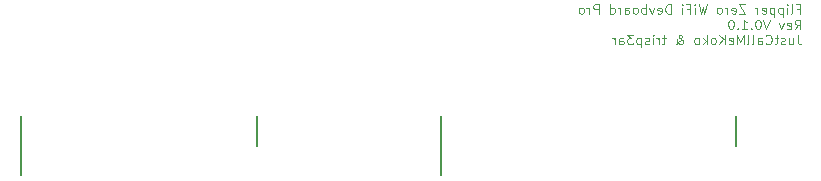
<source format=gbr>
%TF.GenerationSoftware,KiCad,Pcbnew,(6.0.8)*%
%TF.CreationDate,2023-01-02T13:08:22-05:00*%
%TF.ProjectId,WiFi-Devboard-Pro,57694669-2d44-4657-9662-6f6172642d50,rev?*%
%TF.SameCoordinates,Original*%
%TF.FileFunction,Legend,Bot*%
%TF.FilePolarity,Positive*%
%FSLAX46Y46*%
G04 Gerber Fmt 4.6, Leading zero omitted, Abs format (unit mm)*
G04 Created by KiCad (PCBNEW (6.0.8)) date 2023-01-02 13:08:22*
%MOMM*%
%LPD*%
G01*
G04 APERTURE LIST*
%ADD10C,0.100000*%
%ADD11C,0.200000*%
G04 APERTURE END LIST*
D10*
X183027857Y-91754857D02*
X183294523Y-91754857D01*
X183294523Y-92173904D02*
X183294523Y-91373904D01*
X182913571Y-91373904D01*
X182494523Y-92173904D02*
X182570714Y-92135809D01*
X182608809Y-92059619D01*
X182608809Y-91373904D01*
X182189761Y-92173904D02*
X182189761Y-91640571D01*
X182189761Y-91373904D02*
X182227857Y-91412000D01*
X182189761Y-91450095D01*
X182151666Y-91412000D01*
X182189761Y-91373904D01*
X182189761Y-91450095D01*
X181808809Y-91640571D02*
X181808809Y-92440571D01*
X181808809Y-91678666D02*
X181732619Y-91640571D01*
X181580238Y-91640571D01*
X181504047Y-91678666D01*
X181465952Y-91716761D01*
X181427857Y-91792952D01*
X181427857Y-92021523D01*
X181465952Y-92097714D01*
X181504047Y-92135809D01*
X181580238Y-92173904D01*
X181732619Y-92173904D01*
X181808809Y-92135809D01*
X181085000Y-91640571D02*
X181085000Y-92440571D01*
X181085000Y-91678666D02*
X181008809Y-91640571D01*
X180856428Y-91640571D01*
X180780238Y-91678666D01*
X180742142Y-91716761D01*
X180704047Y-91792952D01*
X180704047Y-92021523D01*
X180742142Y-92097714D01*
X180780238Y-92135809D01*
X180856428Y-92173904D01*
X181008809Y-92173904D01*
X181085000Y-92135809D01*
X180056428Y-92135809D02*
X180132619Y-92173904D01*
X180285000Y-92173904D01*
X180361190Y-92135809D01*
X180399285Y-92059619D01*
X180399285Y-91754857D01*
X180361190Y-91678666D01*
X180285000Y-91640571D01*
X180132619Y-91640571D01*
X180056428Y-91678666D01*
X180018333Y-91754857D01*
X180018333Y-91831047D01*
X180399285Y-91907238D01*
X179675476Y-92173904D02*
X179675476Y-91640571D01*
X179675476Y-91792952D02*
X179637380Y-91716761D01*
X179599285Y-91678666D01*
X179523095Y-91640571D01*
X179446904Y-91640571D01*
X178646904Y-91373904D02*
X178113571Y-91373904D01*
X178646904Y-92173904D01*
X178113571Y-92173904D01*
X177504047Y-92135809D02*
X177580238Y-92173904D01*
X177732619Y-92173904D01*
X177808809Y-92135809D01*
X177846904Y-92059619D01*
X177846904Y-91754857D01*
X177808809Y-91678666D01*
X177732619Y-91640571D01*
X177580238Y-91640571D01*
X177504047Y-91678666D01*
X177465952Y-91754857D01*
X177465952Y-91831047D01*
X177846904Y-91907238D01*
X177123095Y-92173904D02*
X177123095Y-91640571D01*
X177123095Y-91792952D02*
X177085000Y-91716761D01*
X177046904Y-91678666D01*
X176970714Y-91640571D01*
X176894523Y-91640571D01*
X176513571Y-92173904D02*
X176589761Y-92135809D01*
X176627857Y-92097714D01*
X176665952Y-92021523D01*
X176665952Y-91792952D01*
X176627857Y-91716761D01*
X176589761Y-91678666D01*
X176513571Y-91640571D01*
X176399285Y-91640571D01*
X176323095Y-91678666D01*
X176285000Y-91716761D01*
X176246904Y-91792952D01*
X176246904Y-92021523D01*
X176285000Y-92097714D01*
X176323095Y-92135809D01*
X176399285Y-92173904D01*
X176513571Y-92173904D01*
X175370714Y-91373904D02*
X175180238Y-92173904D01*
X175027857Y-91602476D01*
X174875476Y-92173904D01*
X174685000Y-91373904D01*
X174380238Y-92173904D02*
X174380238Y-91640571D01*
X174380238Y-91373904D02*
X174418333Y-91412000D01*
X174380238Y-91450095D01*
X174342142Y-91412000D01*
X174380238Y-91373904D01*
X174380238Y-91450095D01*
X173732619Y-91754857D02*
X173999285Y-91754857D01*
X173999285Y-92173904D02*
X173999285Y-91373904D01*
X173618333Y-91373904D01*
X173313571Y-92173904D02*
X173313571Y-91640571D01*
X173313571Y-91373904D02*
X173351666Y-91412000D01*
X173313571Y-91450095D01*
X173275476Y-91412000D01*
X173313571Y-91373904D01*
X173313571Y-91450095D01*
X172323095Y-92173904D02*
X172323095Y-91373904D01*
X172132619Y-91373904D01*
X172018333Y-91412000D01*
X171942142Y-91488190D01*
X171904047Y-91564380D01*
X171865952Y-91716761D01*
X171865952Y-91831047D01*
X171904047Y-91983428D01*
X171942142Y-92059619D01*
X172018333Y-92135809D01*
X172132619Y-92173904D01*
X172323095Y-92173904D01*
X171218333Y-92135809D02*
X171294523Y-92173904D01*
X171446904Y-92173904D01*
X171523095Y-92135809D01*
X171561190Y-92059619D01*
X171561190Y-91754857D01*
X171523095Y-91678666D01*
X171446904Y-91640571D01*
X171294523Y-91640571D01*
X171218333Y-91678666D01*
X171180238Y-91754857D01*
X171180238Y-91831047D01*
X171561190Y-91907238D01*
X170913571Y-91640571D02*
X170723095Y-92173904D01*
X170532619Y-91640571D01*
X170227857Y-92173904D02*
X170227857Y-91373904D01*
X170227857Y-91678666D02*
X170151666Y-91640571D01*
X169999285Y-91640571D01*
X169923095Y-91678666D01*
X169885000Y-91716761D01*
X169846904Y-91792952D01*
X169846904Y-92021523D01*
X169885000Y-92097714D01*
X169923095Y-92135809D01*
X169999285Y-92173904D01*
X170151666Y-92173904D01*
X170227857Y-92135809D01*
X169389761Y-92173904D02*
X169465952Y-92135809D01*
X169504047Y-92097714D01*
X169542142Y-92021523D01*
X169542142Y-91792952D01*
X169504047Y-91716761D01*
X169465952Y-91678666D01*
X169389761Y-91640571D01*
X169275476Y-91640571D01*
X169199285Y-91678666D01*
X169161190Y-91716761D01*
X169123095Y-91792952D01*
X169123095Y-92021523D01*
X169161190Y-92097714D01*
X169199285Y-92135809D01*
X169275476Y-92173904D01*
X169389761Y-92173904D01*
X168437380Y-92173904D02*
X168437380Y-91754857D01*
X168475476Y-91678666D01*
X168551666Y-91640571D01*
X168704047Y-91640571D01*
X168780238Y-91678666D01*
X168437380Y-92135809D02*
X168513571Y-92173904D01*
X168704047Y-92173904D01*
X168780238Y-92135809D01*
X168818333Y-92059619D01*
X168818333Y-91983428D01*
X168780238Y-91907238D01*
X168704047Y-91869142D01*
X168513571Y-91869142D01*
X168437380Y-91831047D01*
X168056428Y-92173904D02*
X168056428Y-91640571D01*
X168056428Y-91792952D02*
X168018333Y-91716761D01*
X167980238Y-91678666D01*
X167904047Y-91640571D01*
X167827857Y-91640571D01*
X167218333Y-92173904D02*
X167218333Y-91373904D01*
X167218333Y-92135809D02*
X167294523Y-92173904D01*
X167446904Y-92173904D01*
X167523095Y-92135809D01*
X167561190Y-92097714D01*
X167599285Y-92021523D01*
X167599285Y-91792952D01*
X167561190Y-91716761D01*
X167523095Y-91678666D01*
X167446904Y-91640571D01*
X167294523Y-91640571D01*
X167218333Y-91678666D01*
X166227857Y-92173904D02*
X166227857Y-91373904D01*
X165923095Y-91373904D01*
X165846904Y-91412000D01*
X165808809Y-91450095D01*
X165770714Y-91526285D01*
X165770714Y-91640571D01*
X165808809Y-91716761D01*
X165846904Y-91754857D01*
X165923095Y-91792952D01*
X166227857Y-91792952D01*
X165427857Y-92173904D02*
X165427857Y-91640571D01*
X165427857Y-91792952D02*
X165389761Y-91716761D01*
X165351666Y-91678666D01*
X165275476Y-91640571D01*
X165199285Y-91640571D01*
X164818333Y-92173904D02*
X164894523Y-92135809D01*
X164932619Y-92097714D01*
X164970714Y-92021523D01*
X164970714Y-91792952D01*
X164932619Y-91716761D01*
X164894523Y-91678666D01*
X164818333Y-91640571D01*
X164704047Y-91640571D01*
X164627857Y-91678666D01*
X164589761Y-91716761D01*
X164551666Y-91792952D01*
X164551666Y-92021523D01*
X164589761Y-92097714D01*
X164627857Y-92135809D01*
X164704047Y-92173904D01*
X164818333Y-92173904D01*
X182837380Y-93461904D02*
X183104047Y-93080952D01*
X183294523Y-93461904D02*
X183294523Y-92661904D01*
X182989761Y-92661904D01*
X182913571Y-92700000D01*
X182875476Y-92738095D01*
X182837380Y-92814285D01*
X182837380Y-92928571D01*
X182875476Y-93004761D01*
X182913571Y-93042857D01*
X182989761Y-93080952D01*
X183294523Y-93080952D01*
X182189761Y-93423809D02*
X182265952Y-93461904D01*
X182418333Y-93461904D01*
X182494523Y-93423809D01*
X182532619Y-93347619D01*
X182532619Y-93042857D01*
X182494523Y-92966666D01*
X182418333Y-92928571D01*
X182265952Y-92928571D01*
X182189761Y-92966666D01*
X182151666Y-93042857D01*
X182151666Y-93119047D01*
X182532619Y-93195238D01*
X181885000Y-92928571D02*
X181694523Y-93461904D01*
X181504047Y-92928571D01*
X180704047Y-92661904D02*
X180437380Y-93461904D01*
X180170714Y-92661904D01*
X179751666Y-92661904D02*
X179675476Y-92661904D01*
X179599285Y-92700000D01*
X179561190Y-92738095D01*
X179523095Y-92814285D01*
X179485000Y-92966666D01*
X179485000Y-93157142D01*
X179523095Y-93309523D01*
X179561190Y-93385714D01*
X179599285Y-93423809D01*
X179675476Y-93461904D01*
X179751666Y-93461904D01*
X179827857Y-93423809D01*
X179865952Y-93385714D01*
X179904047Y-93309523D01*
X179942142Y-93157142D01*
X179942142Y-92966666D01*
X179904047Y-92814285D01*
X179865952Y-92738095D01*
X179827857Y-92700000D01*
X179751666Y-92661904D01*
X179142142Y-93385714D02*
X179104047Y-93423809D01*
X179142142Y-93461904D01*
X179180238Y-93423809D01*
X179142142Y-93385714D01*
X179142142Y-93461904D01*
X178342142Y-93461904D02*
X178799285Y-93461904D01*
X178570714Y-93461904D02*
X178570714Y-92661904D01*
X178646904Y-92776190D01*
X178723095Y-92852380D01*
X178799285Y-92890476D01*
X177999285Y-93385714D02*
X177961190Y-93423809D01*
X177999285Y-93461904D01*
X178037380Y-93423809D01*
X177999285Y-93385714D01*
X177999285Y-93461904D01*
X177465952Y-92661904D02*
X177389761Y-92661904D01*
X177313571Y-92700000D01*
X177275476Y-92738095D01*
X177237380Y-92814285D01*
X177199285Y-92966666D01*
X177199285Y-93157142D01*
X177237380Y-93309523D01*
X177275476Y-93385714D01*
X177313571Y-93423809D01*
X177389761Y-93461904D01*
X177465952Y-93461904D01*
X177542142Y-93423809D01*
X177580238Y-93385714D01*
X177618333Y-93309523D01*
X177656428Y-93157142D01*
X177656428Y-92966666D01*
X177618333Y-92814285D01*
X177580238Y-92738095D01*
X177542142Y-92700000D01*
X177465952Y-92661904D01*
X183065952Y-93949904D02*
X183065952Y-94521333D01*
X183104047Y-94635619D01*
X183180238Y-94711809D01*
X183294523Y-94749904D01*
X183370714Y-94749904D01*
X182342142Y-94216571D02*
X182342142Y-94749904D01*
X182685000Y-94216571D02*
X182685000Y-94635619D01*
X182646904Y-94711809D01*
X182570714Y-94749904D01*
X182456428Y-94749904D01*
X182380238Y-94711809D01*
X182342142Y-94673714D01*
X181999285Y-94711809D02*
X181923095Y-94749904D01*
X181770714Y-94749904D01*
X181694523Y-94711809D01*
X181656428Y-94635619D01*
X181656428Y-94597523D01*
X181694523Y-94521333D01*
X181770714Y-94483238D01*
X181885000Y-94483238D01*
X181961190Y-94445142D01*
X181999285Y-94368952D01*
X181999285Y-94330857D01*
X181961190Y-94254666D01*
X181885000Y-94216571D01*
X181770714Y-94216571D01*
X181694523Y-94254666D01*
X181427857Y-94216571D02*
X181123095Y-94216571D01*
X181313571Y-93949904D02*
X181313571Y-94635619D01*
X181275476Y-94711809D01*
X181199285Y-94749904D01*
X181123095Y-94749904D01*
X180399285Y-94673714D02*
X180437380Y-94711809D01*
X180551666Y-94749904D01*
X180627857Y-94749904D01*
X180742142Y-94711809D01*
X180818333Y-94635619D01*
X180856428Y-94559428D01*
X180894523Y-94407047D01*
X180894523Y-94292761D01*
X180856428Y-94140380D01*
X180818333Y-94064190D01*
X180742142Y-93988000D01*
X180627857Y-93949904D01*
X180551666Y-93949904D01*
X180437380Y-93988000D01*
X180399285Y-94026095D01*
X179713571Y-94749904D02*
X179713571Y-94330857D01*
X179751666Y-94254666D01*
X179827857Y-94216571D01*
X179980238Y-94216571D01*
X180056428Y-94254666D01*
X179713571Y-94711809D02*
X179789761Y-94749904D01*
X179980238Y-94749904D01*
X180056428Y-94711809D01*
X180094523Y-94635619D01*
X180094523Y-94559428D01*
X180056428Y-94483238D01*
X179980238Y-94445142D01*
X179789761Y-94445142D01*
X179713571Y-94407047D01*
X179218333Y-94749904D02*
X179294523Y-94711809D01*
X179332619Y-94635619D01*
X179332619Y-93949904D01*
X178799285Y-94749904D02*
X178875476Y-94711809D01*
X178913571Y-94635619D01*
X178913571Y-93949904D01*
X178494523Y-94749904D02*
X178494523Y-93949904D01*
X178227857Y-94521333D01*
X177961190Y-93949904D01*
X177961190Y-94749904D01*
X177275476Y-94711809D02*
X177351666Y-94749904D01*
X177504047Y-94749904D01*
X177580238Y-94711809D01*
X177618333Y-94635619D01*
X177618333Y-94330857D01*
X177580238Y-94254666D01*
X177504047Y-94216571D01*
X177351666Y-94216571D01*
X177275476Y-94254666D01*
X177237380Y-94330857D01*
X177237380Y-94407047D01*
X177618333Y-94483238D01*
X176894523Y-94749904D02*
X176894523Y-93949904D01*
X176437380Y-94749904D02*
X176780238Y-94292761D01*
X176437380Y-93949904D02*
X176894523Y-94407047D01*
X175980238Y-94749904D02*
X176056428Y-94711809D01*
X176094523Y-94673714D01*
X176132619Y-94597523D01*
X176132619Y-94368952D01*
X176094523Y-94292761D01*
X176056428Y-94254666D01*
X175980238Y-94216571D01*
X175865952Y-94216571D01*
X175789761Y-94254666D01*
X175751666Y-94292761D01*
X175713571Y-94368952D01*
X175713571Y-94597523D01*
X175751666Y-94673714D01*
X175789761Y-94711809D01*
X175865952Y-94749904D01*
X175980238Y-94749904D01*
X175370714Y-94749904D02*
X175370714Y-93949904D01*
X175294523Y-94445142D02*
X175065952Y-94749904D01*
X175065952Y-94216571D02*
X175370714Y-94521333D01*
X174608809Y-94749904D02*
X174685000Y-94711809D01*
X174723095Y-94673714D01*
X174761190Y-94597523D01*
X174761190Y-94368952D01*
X174723095Y-94292761D01*
X174685000Y-94254666D01*
X174608809Y-94216571D01*
X174494523Y-94216571D01*
X174418333Y-94254666D01*
X174380238Y-94292761D01*
X174342142Y-94368952D01*
X174342142Y-94597523D01*
X174380238Y-94673714D01*
X174418333Y-94711809D01*
X174494523Y-94749904D01*
X174608809Y-94749904D01*
X172742142Y-94749904D02*
X172780238Y-94749904D01*
X172856428Y-94711809D01*
X172970714Y-94597523D01*
X173161190Y-94368952D01*
X173237380Y-94254666D01*
X173275476Y-94140380D01*
X173275476Y-94064190D01*
X173237380Y-93988000D01*
X173161190Y-93949904D01*
X173123095Y-93949904D01*
X173046904Y-93988000D01*
X173008809Y-94064190D01*
X173008809Y-94102285D01*
X173046904Y-94178476D01*
X173085000Y-94216571D01*
X173313571Y-94368952D01*
X173351666Y-94407047D01*
X173389761Y-94483238D01*
X173389761Y-94597523D01*
X173351666Y-94673714D01*
X173313571Y-94711809D01*
X173237380Y-94749904D01*
X173123095Y-94749904D01*
X173046904Y-94711809D01*
X173008809Y-94673714D01*
X172894523Y-94521333D01*
X172856428Y-94407047D01*
X172856428Y-94330857D01*
X171904047Y-94216571D02*
X171599285Y-94216571D01*
X171789761Y-93949904D02*
X171789761Y-94635619D01*
X171751666Y-94711809D01*
X171675476Y-94749904D01*
X171599285Y-94749904D01*
X171332619Y-94749904D02*
X171332619Y-94216571D01*
X171332619Y-94368952D02*
X171294523Y-94292761D01*
X171256428Y-94254666D01*
X171180238Y-94216571D01*
X171104047Y-94216571D01*
X170837380Y-94749904D02*
X170837380Y-94216571D01*
X170837380Y-93949904D02*
X170875476Y-93988000D01*
X170837380Y-94026095D01*
X170799285Y-93988000D01*
X170837380Y-93949904D01*
X170837380Y-94026095D01*
X170494523Y-94711809D02*
X170418333Y-94749904D01*
X170265952Y-94749904D01*
X170189761Y-94711809D01*
X170151666Y-94635619D01*
X170151666Y-94597523D01*
X170189761Y-94521333D01*
X170265952Y-94483238D01*
X170380238Y-94483238D01*
X170456428Y-94445142D01*
X170494523Y-94368952D01*
X170494523Y-94330857D01*
X170456428Y-94254666D01*
X170380238Y-94216571D01*
X170265952Y-94216571D01*
X170189761Y-94254666D01*
X169808809Y-94216571D02*
X169808809Y-95016571D01*
X169808809Y-94254666D02*
X169732619Y-94216571D01*
X169580238Y-94216571D01*
X169504047Y-94254666D01*
X169465952Y-94292761D01*
X169427857Y-94368952D01*
X169427857Y-94597523D01*
X169465952Y-94673714D01*
X169504047Y-94711809D01*
X169580238Y-94749904D01*
X169732619Y-94749904D01*
X169808809Y-94711809D01*
X169161190Y-93949904D02*
X168665952Y-93949904D01*
X168932619Y-94254666D01*
X168818333Y-94254666D01*
X168742142Y-94292761D01*
X168704047Y-94330857D01*
X168665952Y-94407047D01*
X168665952Y-94597523D01*
X168704047Y-94673714D01*
X168742142Y-94711809D01*
X168818333Y-94749904D01*
X169046904Y-94749904D01*
X169123095Y-94711809D01*
X169161190Y-94673714D01*
X167980238Y-94749904D02*
X167980238Y-94330857D01*
X168018333Y-94254666D01*
X168094523Y-94216571D01*
X168246904Y-94216571D01*
X168323095Y-94254666D01*
X167980238Y-94711809D02*
X168056428Y-94749904D01*
X168246904Y-94749904D01*
X168323095Y-94711809D01*
X168361190Y-94635619D01*
X168361190Y-94559428D01*
X168323095Y-94483238D01*
X168246904Y-94445142D01*
X168056428Y-94445142D01*
X167980238Y-94407047D01*
X167599285Y-94749904D02*
X167599285Y-94216571D01*
X167599285Y-94368952D02*
X167561190Y-94292761D01*
X167523095Y-94254666D01*
X167446904Y-94216571D01*
X167370714Y-94216571D01*
D11*
%TO.C,J3*%
X177900000Y-100850000D02*
X177900000Y-103350000D01*
X152900000Y-100850000D02*
X152900000Y-105860000D01*
%TO.C,J2*%
X137300000Y-100850000D02*
X137300000Y-103350000D01*
X117300000Y-100850000D02*
X117300000Y-105860000D01*
%TD*%
M02*

</source>
